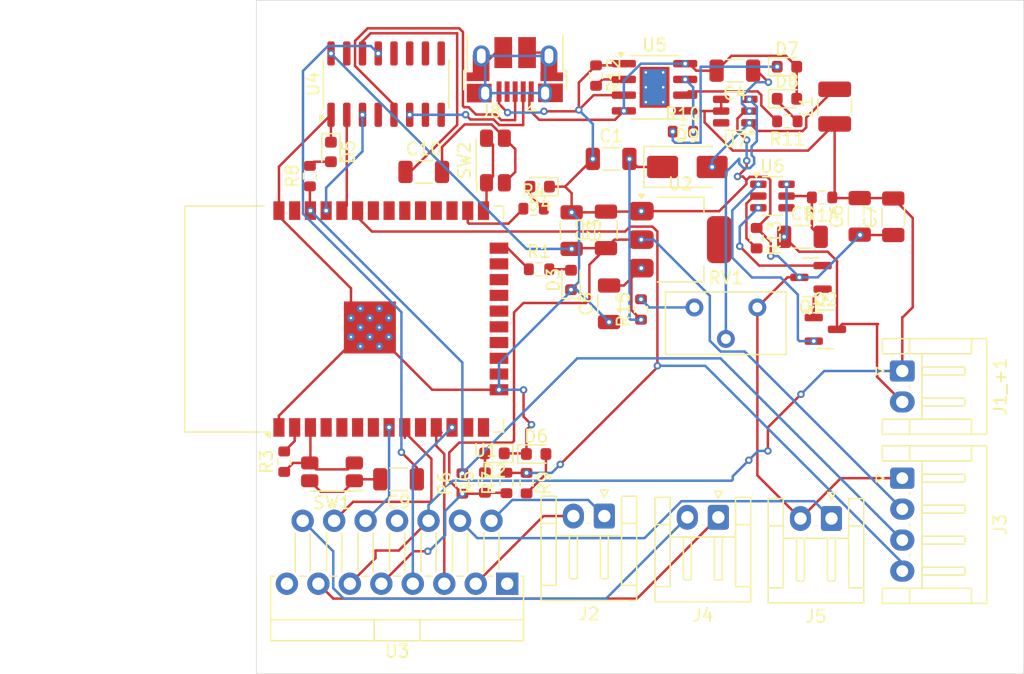
<source format=kicad_pcb>
(kicad_pcb (version 20241229) (generator "pcbnew") (generator_version "9.0")
  (layers (0 "F.Cu" signal) (2 "B.Cu" signal) (13 "F.Paste" user) (15 "B.Paste" user) (5 "F.SilkS" user "F.Silkscreen") (7 "B.SilkS" user "B.Silkscreen") (1 "F.Mask" user) (3 "B.Mask" user) (25 "Edge.Cuts" user))
  (net 0 "")
  (net 1 "Net-(D4-A)")
  (net 2 "Net-(U1-IO4)")
  (net 3 "Net-(U1-EN)")
  (net 4 "Net-(U1-IO0)")
  (net 5 "Net-(D2-A)")
  (net 6 "Net-(J3-Pin_2)")
  (net 7 "Net-(J3-Pin_3)")
  (net 8 "Net-(J3-Pin_4)")
  (net 9 "Net-(D5-A)")
  (net 10 "Net-(D6-A)")
  (net 11 "Net-(D3-A)")
  (net 12 "Net-(U1-IO2)")
  (net 13 "GND")
  (net 14 "Net-(U1-IO32)")
  (net 19 "Net-(U1-IO33)")
  (net 21 "Net-(U1-IO26)")
  (net 29 "Net-(C10-Pad2)")
  (net 37 "Net-(U1-IO27)")
  (net 42 "Net-(J5-Pin_1)")
  (net 43 "Net-(J4-Pin_1)")
  (net 44 "Net-(J4-Pin_2)")
  (net 45 "Net-(D9-K)")
  (net 47 "Net-(J2-Pin_2)")
  (net 48 "Net-(J2-Pin_1)")
  (net 50 "Net-(D7-A)")
  (net 51 "Net-(U6-VCC)")
  (net 52 "Net-(J1_+1-Pin_2)")
  (net 53 "Net-(J1_+1-Pin_1)")
  (net 54 "Net-(U4-~{DTR})")
  (net 55 "Net-(C9-Pad2)")
  (net 56 "Net-(D7-K)")
  (net 57 "Net-(D8-K)")
  (net 58 "Net-(D9-A)")
  (net 59 "Net-(U1-VDD)")
  (net 60 "Net-(U5-~{CHRG})")
  (net 61 "Net-(U5-~{STDBY})")
  (net 62 "Net-(U5-PROG)")
  (net 63 "Net-(U6-CS)")
  (net 64 "Net-(R15-Pad2)")
  (net 65 "Net-(U4-~{RTS})")
  (net 66 "Net-(U1-TXD0{slash}IO1)")
  (net 67 "Net-(U1-RXD0{slash}IO3)")
  (net 70 "Net-(J8-D+)")
  (net 75 "Net-(J8-D-)")
  (net 79 "Net-(Q1-G)")
  (net 80 "Net-(Q2-G)")
  (net 82 "Net-(U7-FB)")
  (net 84 "unconnected-(J8-Shield-Pad6)")
  (net 86 "Net-(Q1-D)")
  (footprint "Resistor_SMD:R_0603_1608Metric" (layer "F.Cu") (at 143.72 84.235 -90)
    (property "Reference" "R12")
    (property "Value" "1k")
  )
  (footprint "Resistor_SMD:R_0603_1608Metric" (layer "F.Cu") (at 150.735 88.76)
    (property "Reference" "R10")
    (property "Value" "1k")
  )
  (footprint "Package_TO_SOT_SMD:SOT-23" (layer "F.Cu") (at 162.23 104.7175)
    (property "Reference" "Q2")
    (property "Value" "NMOS")
  )
  (footprint "Package_TO_SOT_THT:TO-220-15_P2.54x5.08mm_StaggerEven_Lead4.58mm_Vertical" (layer "F.Cu") (at 136.55 125.25 180)
    (property "Reference" "U3")
    (property "Value" "L298N")
  )
  (footprint "Resistor_SMD:R_0603_1608Metric" (layer "F.Cu") (at 134.75 117.085 90)
    (property "Reference" "R5")
    (property "Value" "220Ω")
  )
  (footprint "LED_SMD:LED_0603_1608Metric" (layer "F.Cu") (at 122.32 90.4 -90)
    (property "Reference" "D5")
    (property "Value" "LED")
  )
  (footprint "Resistor_SMD:R_0603_1608Metric" (layer "F.Cu") (at 161.965 94.07 180)
    (property "Reference" "R14")
    (property "Value" "100o")
  )
  (footprint "Capacitor_SMD:C_1206_3216Metric" (layer "F.Cu") (at 165 95.6 90)
    (property "Reference" "C6")
    (property "Value" "10µF")
  )
  (footprint "Button_Switch_SMD:SW_SPST_EVQP7C" (layer "F.Cu") (at 135.6 91.09 90)
    (property "Reference" "SW2")
    (property "Value" "SW_Push")
  )
  (footprint "Resistor_SMD:R_0603_1608Metric" (layer "F.Cu") (at 138.11 117.13 -90)
    (property "Reference" "R9")
    (property "Value" "220Ω")
  )
  (footprint "LED_SMD:LED_0603_1608Metric" (layer "F.Cu") (at 159.13 83.52)
    (property "Reference" "D7")
    (property "Value" "LED")
  )
  (footprint "Package_TO_SOT_SMD:SOT-23" (layer "F.Cu") (at 161.07 100.5225 180)
    (property "Reference" "Q1")
    (property "Value" "NMOS")
  )
  (footprint "Resistor_SMD:R_0603_1608Metric" (layer "F.Cu") (at 118.55 115.4 90)
    (property "Reference" "R3")
    (property "Value" "10kΩ")
  )
  (footprint "Package_TO_SOT_SMD:SOT-223" (layer "F.Cu") (at 150.52 97.4775)
    (property "Reference" "U2")
    (property "Value" "AMS1117-3.3")
  )
  (footprint "Resistor_SMD:R_0603_1608Metric" (layer "F.Cu") (at 120.625 92.35 90)
    (property "Reference" "R8")
    (property "Value" "220Ω")
  )
  (footprint "Resistor_SMD:R_0603_1608Metric" (layer "F.Cu") (at 139.12 99.87)
    (property "Reference" "R1")
    (property "Value" "220Ω")
  )
  (footprint "Diode_SMD:D_SMA" (layer "F.Cu") (at 151.09 91.61)
    (property "Reference" "D9")
    (property "Value" "SS34")
  )
  (footprint "Capacitor_SMD:C_1206_3216Metric" (layer "F.Cu") (at 144.52 96.69 90)
    (property "Reference" "C2")
    (property "Value" "10µF")
  )
  (footprint "Capacitor_SMD:C_1206_3216Metric" (layer "F.Cu") (at 144.935 90.96)
    (property "Reference" "C1")
    (property "Value" "10µF")
  )
  (footprint "Capacitor_SMD:C_1206_3216Metric" (layer "F.Cu") (at 127.78 116.82 180)
    (property "Reference" "C9")
    (property "Value" "0.1µF")
  )
  (footprint "Connector_JST:JST_EH_S2B-EH_1x02_P2.50mm_Horizontal" (layer "F.Cu") (at 162.72 119.9875 180)
    (property "Reference" "J5")
    (property "Value" "Conn_01x02")
  )
  (footprint "RF_Module:ESP32-WROOM-32" (layer "F.Cu") (at 126.375 103.885 90)
    (property "Reference" "U1")
    (property "Value" "ESP32-WROOM-32")
  )
  (footprint "Resistor_SMD:R_0603_1608Metric" (layer "F.Cu") (at 147.35 103.115 90)
    (property "Reference" "R15")
    (property "Value" "100Ω")
  )
  (footprint "LED_SMD:LED_0603_1608Metric" (layer "F.Cu") (at 138.8875 114.78)
    (property "Reference" "D6")
    (property "Value" "LED")
  )
  (footprint "Capacitor_SMD:C_1206_3216Metric" (layer "F.Cu") (at 167.71 95.63 90)
    (property "Reference" "C7")
    (property "Value" "22µF")
  )
  (footprint "Connector_JST:JST_EH_S2B-EH_1x02_P2.50mm_Horizontal" (layer "F.Cu") (at 153.59 119.89 180)
    (property "Reference" "J4")
    (property "Value" "Conn_01x02")
  )
  (footprint "Capacitor_SMD:C_1206_3216Metric" (layer "F.Cu") (at 129.815 92.01)
    (property "Reference" "C10")
    (property "Value" "0.1µF")
  )
  (footprint "LED_SMD:LED_0603_1608Metric" (layer "F.Cu") (at 139.17 93.2 180)
    (property "Reference" "D4")
    (property "Value" "LED")
  )
  (footprint "Inductor_SMD:L_1210_3225Metric" (layer "F.Cu") (at 162.98 86.74 90)
    (property "Reference" "L1")
    (property "Value" "L_Ferrite_Small")
  )
  (footprint "Capacitor_SMD:C_1206_3216Metric" (layer "F.Cu") (at 154.925 83.84 180)
    (property "Reference" "C4")
    (property "Value" "10µF")
  )
  (footprint "Package_TO_SOT_SMD:SOT-23-6" (layer "F.Cu") (at 154.9575 87.1 180)
    (property "Reference" "U7")
    (property "Value" "MT3608")
  )
  (footprint "Connector_JST:JST_EH_S2B-EH_1x02_P2.50mm_Horizontal" (layer "F.Cu") (at 168.4375 108.08 -90)
    (property "Reference" "J1_+1")
    (property "Value" "BAT_--")
  )
  (footprint "Potentiometer_THT:Potentiometer_Bourns_3296Y_Vertical" (layer "F.Cu") (at 156.74 102.95)
    (property "Reference" "RV1")
    (property "Value" "R_Potentiometer_US")
  )
  (footprint "Connector_USB:USB_Micro-B_Amphenol_10103594-0001LF_Horizontal" (layer "F.Cu") (at 137.165 83.765 180)
    (property "Reference" "J8")
    (property "Value" "USB_B_Micro")
  )
  (footprint "Resistor_SMD:R_0603_1608Metric" (layer "F.Cu") (at 159.16 87.93 180)
    (property "Reference" "R11")
    (property "Value" "1k")
  )
  (footprint "LED_SMD:LED_0603_1608Metric" (layer "F.Cu") (at 141.7 100.73 90)
    (property "Reference" "D3")
    (property "Value" "LED")
  )
  (footprint "Resistor_SMD:R_0603_1608Metric" (layer "F.Cu") (at 156.68 97.36 -90)
    (property "Reference" "R13")
    (property "Value" "1k")
  )
  (footprint "Capacitor_SMD:C_1206_3216Metric" (layer "F.Cu") (at 160.38 97.25)
    (property "Reference" "C5")
    (property "Value" "10µF")
  )
  (footprint "Resistor_SMD:R_0603_1608Metric" (layer "F.Cu") (at 138.68 94.98)
    (property "Reference" "R4")
    (property "Value" "220Ω")
  )
  (footprint "Capacitor_SMD:C_1206_3216Metric" (layer "F.Cu") (at 144.77 102.655 90)
    (property "Reference" "C8")
    (property "Value" "22µF")
  )
  (footprint "LED_SMD:LED_0603_1608Metric" (layer "F.Cu") (at 135.52 114.73 180)
    (property "Reference" "D2")
    (property "Value" "LED")
  )
  (footprint "Button_Switch_SMD:SW_SPST_EVQP7C" (layer "F.Cu") (at 122.41 116.22 180)
    (property "Reference" "SW1")
    (property "Value" "SW_Push")
  )
  (footprint "Package_SO:SOIC-16_3.9x9.9mm_P1.27mm" (layer "F.Cu") (at 126.775 84.925 90)
    (property "Reference" "U4")
    (property "Value" "CH340C")
  )
  (footprint "Resistor_SMD:R_0603_1608Metric" (layer "F.Cu") (at 136.49 117.115 90)
    (property "Reference" "R7")
    (property "Value" "10kΩ")
  )
  (footprint "Package_SO:SOIC-8-1EP_3.9x4.9mm_P1.27mm_EP2.41x3.3mm_ThermalVias" (layer "F.Cu") (at 148.44 85.18)
    (property "Reference" "U5")
    (property "Value" "TP4056-42-ESOP8")
  )
  (footprint "Connector_JST:JST_EH_S2B-EH_1x02_P2.50mm_Horizontal" (layer "F.Cu") (at 144.39 119.79 180)
    (property "Reference" "J2")
    (property "Value" "Conn_01x02")
  )
  (footprint "Connector_JST:JST_EH_S4B-EH_1x04_P2.50mm_Horizontal" (layer "F.Cu") (at 168.4375 116.73 -90)
    (property "Reference" "J3")
    (property "Value" "Conn_01x04")
  )
  (footprint "Resistor_SMD:R_0603_1608Metric" (layer "F.Cu") (at 132.93 117.16 90)
    (property "Reference" "R6")
    (property "Value" "10kΩ")
  )
  (footprint "Package_TO_SOT_SMD:SOT-23-6" (layer "F.Cu") (at 157.9575 93.96)
    (property "Reference" "U6")
    (property "Value" "DW01A")
  )
  (footprint "LED_SMD:LED_0603_1608Metric" (layer "F.Cu") (at 159.13 86.11)
    (property "Reference" "D8")
    (property "Value" "LED")
  )
  (footprint "Capacitor_SMD:C_1206_3216Metric" (layer "F.Cu") (at 141.75 96.75 -90)
    (property "Reference" "C3")
    (property "Value" "0.1µF")
  )
  (gr_rect (start 116.31 78.16) (end 178.24 132.5) (stroke (width 0.05)) (fill no) (layer "Edge.Cuts"))
  (segment (start 138.3825 93.2) (end 138.3825 93.8575) (width 0.2) (layer "F.Cu") (net 1))
  (segment (start 138.3825 93.8575) (end 139.505 94.98) (width 0.2) (layer "F.Cu") (net 1))
  (segment (start 133.365 96.085) (end 133.365 95.135) (width 0.2) (layer "F.Cu") (net 2))
  (segment (start 136.649 96.186) (end 133.466 96.186) (width 0.2) (layer "F.Cu") (net 2))
  (segment (start 137.855 94.98) (end 136.649 96.186) (width 0.2) (layer "F.Cu") (net 2))
  (segment (start 133.466 96.186) (end 133.365 96.085) (width 0.2) (layer "F.Cu") (net 2))
  (segment (start 123.689 116.021) (end 124.21 115.5) (width 0.2) (layer "F.Cu") (net 3))
  (segment (start 118.55 116.225) (end 119.275 115.5) (width 0.2) (layer "F.Cu") (net 3))
  (segment (start 119.275 115.5) (end 120.61 115.5) (width 0.2) (layer "F.Cu") (net 3))
  (segment (start 120.665 115.445) (end 120.61 115.5) (width 0.2) (layer "F.Cu") (net 3))
  (segment (start 120.665 112.635) (end 120.665 115.445) (width 0.2) (layer "F.Cu") (net 3))
  (segment (start 121.131 116.021) (end 123.689 116.021) (width 0.2) (layer "F.Cu") (net 3))
  (segment (start 120.61 115.5) (end 121.131 116.021) (width 0.2) (layer "F.Cu") (net 3))
  (segment (start 134.88 92.89) (end 135.401 92.369) (width 0.2) (layer "F.Cu") (net 4))
  (segment (start 134.88 94.89) (end 134.635 95.135) (width 0.2) (layer "F.Cu") (net 4))
  (segment (start 134.88 92.89) (end 134.88 94.89) (width 0.2) (layer "F.Cu") (net 4))
  (segment (start 135.401 89.811) (end 134.88 89.29) (width 0.2) (layer "F.Cu") (net 4))
  (segment (start 135.401 92.369) (end 135.401 89.811) (width 0.2) (layer "F.Cu") (net 4))
  (segment (start 134.75 114.7475) (end 134.7325 114.73) (width 0.2) (layer "F.Cu") (net 5))
  (segment (start 134.75 116.26) (end 134.75 114.7475) (width 0.2) (layer "F.Cu") (net 5))
  (segment (start 134.75 117.91) (end 136.46 117.91) (width 0.2) (layer "F.Cu") (net 6))
  (segment (start 143.18 99.505) (end 144.52 98.165) (width 0.2) (layer "F.Cu") (net 6))
  (segment (start 136.96 113.86) (end 137.1 113.72) (width 0.2) (layer "F.Cu") (net 6))
  (segment (start 137.1 103.35) (end 137.86 102.59) (width 0.2) (layer "F.Cu") (net 6))
  (segment (start 131.871 114.659) (end 132.67 113.86) (width 0.2) (layer "F.Cu") (net 6))
  (segment (start 141.81 98.165) (end 141.75 98.225) (width 0.2) (layer "F.Cu") (net 6))
  (segment (start 145.2075 97.4775) (end 144.52 98.165) (width 0.2) (layer "F.Cu") (net 6))
  (segment (start 147.37 97.4775) (end 145.2075 97.4775) (width 0.2) (layer "F.Cu") (net 6))
  (segment (start 129.01 122.63) (end 126.39 125.25) (width 0.2) (layer "F.Cu") (net 6))
  (segment (start 143.18 102.33) (end 143.18 99.505) (width 0.2) (layer "F.Cu") (net 6))
  (segment (start 131.871 116.926) (end 131.871 114.659) (width 0.2) (layer "F.Cu") (net 6))
  (segment (start 142.92 102.59) (end 143.18 102.33) (width 0.2) (layer "F.Cu") (net 6))
  (segment (start 134.675 117.985) (end 134.75 117.91) (width 0.2) (layer "F.Cu") (net 6))
  (segment (start 132.93 117.985) (end 131.871 116.926) (width 0.2) (layer "F.Cu") (net 6))
  (segment (start 132.67 113.86) (end 136.96 113.86) (width 0.2) (layer "F.Cu") (net 6))
  (segment (start 137.1 113.72) (end 137.1 103.35) (width 0.2) (layer "F.Cu") (net 6))
  (segment (start 137.86 102.59) (end 142.92 102.59) (width 0.2) (layer "F.Cu") (net 6))
  (segment (start 136.46 117.91) (end 136.49 117.94) (width 0.2) (layer "F.Cu") (net 6))
  (segment (start 130.14 122.63) (end 129.01 122.63) (width 0.2) (layer "F.Cu") (net 6))
  (segment (start 144.52 98.165) (end 141.81 98.165) (width 0.2) (layer "F.Cu") (net 6))
  (segment (start 132.93 117.985) (end 134.675 117.985) (width 0.2) (layer "F.Cu") (net 6))
  (via (at 130.14 122.63) (size 0.6) (drill 0.3) (layers "F.Cu" "B.Cu") (net 6))
  (via (at 132.93 117.985) (size 0.6) (drill 0.3) (layers "F.Cu" "B.Cu") (net 6))
  (via (at 122.33 82.45) (size 0.6) (drill 0.3) (layers "F.Cu" "B.Cu") (net 6))
  (via (at 141.75 98.225) (size 0.6) (drill 0.3) (layers "F.Cu" "B.Cu") (net 6))
  (via (at 147.37 97.4775) (size 0.6) (drill 0.3) (layers "F.Cu" "B.Cu") (net 6))
  (segment (start 153.777087 106.511) (end 152.901 105.634913) (width 0.2) (layer "B.Cu") (net 6))
  (segment (start 155.7185 106.511) (end 153.777087 106.511) (width 0.2) (layer "B.Cu") (net 6))
  (segment (start 122.33 82.45) (end 138.105 98.225) (width 0.2) (layer "B.Cu") (net 6))
  (segment (start 152.901 105.634913) (end 152.901 102.0085) (width 0.2) (layer "B.Cu") (net 6))
  (segment (start 132.93 117.985) (end 131.539 119.376) (width 0.2) (layer "B.Cu") (net 6))
  (segment (start 130.29 122.58) (end 130.24 122.63) (width 0.2) (layer "B.Cu") (net 6))
  (segment (start 138.105 98.225) (end 141.75 98.225) (width 0.2) (layer "B.Cu") (net 6))
  (segment (start 152.901 102.0085) (end 148.37 97.4775) (width 0.2) (layer "B.Cu") (net 6))
  (segment (start 131.539 119.376) (end 131.539 121.331) (width 0.2) (layer "B.Cu") (net 6))
  (segment (start 148.37 97.4775) (end 147.37 97.4775) (width 0.2) (layer "B.Cu") (net 6))
  (segment (start 168.4375 119.23) (end 155.7185 106.511) (width 0.2) (layer "B.Cu") (net 6))
  (segment (start 130.24 122.63) (end 130.14 122.63) (width 0.2) (layer "B.Cu") (net 6))
  (segment (start 131.539 121.331) (end 130.29 122.58) (width 0.2) (layer "B.Cu") (net 6))
  (segment (start 120.625 93.175) (end 120.625 95.095) (width 0.2) (layer "F.Cu") (net 7))
  (segment (start 120.625 95.095) (end 120.665 95.135) (width 0.2) (layer "F.Cu") (net 7))
  (via (at 120.665 95.135) (size 0.6) (drill 0.3) (layers "F.Cu" "B.Cu") (net 7))
  (via (at 132.93 116.335) (size 0.6) (drill 0.3) (layers "F.Cu" "B.Cu") (net 7))
  (segment (start 153.7665 107.059) (end 142.206 107.059) (width 0.2) (layer "B.Cu") (net 7))
  (segment (start 120.665 95.135) (end 132.93 107.4) (width 0.2) (layer "B.Cu") (net 7))
  (segment (start 142.206 107.059) (end 132.93 116.335) (width 0.2) (layer "B.Cu") (net 7))
  (segment (start 132.93 107.4) (end 132.93 116.335) (width 0.2) (layer "B.Cu") (net 7))
  (segment (start 168.4375 121.73) (end 153.7665 107.059) (width 0.2) (layer "B.Cu") (net 7))
  (segment (start 146.464992 96.4265) (end 148.275008 96.4265) (width 0.2) (layer "F.Cu") (net 8))
  (segment (start 148.671 107.66) (end 148.671 107.779) (width 0.2) (layer "F.Cu") (net 8))
  (segment (start 138.11 116.305) (end 136.505 116.305) (width 0.2) (layer "F.Cu") (net 8))
  (segment (start 124.475 95.135) (end 124.475 95.667) (width 0.2) (layer "F.Cu") (net 8))
  (segment (start 125.630492 96.822492) (end 146.069 96.822492) (width 0.2) (layer "F.Cu") (net 8))
  (segment (start 148.671 96.822492) (end 148.671 107.66) (width 0.2) (layer "F.Cu") (net 8))
  (segment (start 146.069 96.822492) (end 146.464992 96.4265) (width 0.2) (layer "F.Cu") (net 8))
  (segment (start 148.671 107.779) (end 140.83 115.62) (width 0.2) (layer "F.Cu") (net 8))
  (segment (start 124.475 95.667) (end 125.630492 96.822492) (width 0.2) (layer "F.Cu") (net 8))
  (segment (start 148.275008 96.4265) (end 148.671 96.822492) (width 0.2) (layer "F.Cu") (net 8))
  (segment (start 136.505 116.305) (end 136.49 116.29) (width 0.2) (layer "F.Cu") (net 8))
  (via (at 148.671 107.66) (size 0.6) (drill 0.3) (layers "F.Cu" "B.Cu") (net 8))
  (via (at 140.83 115.62) (size 0.6) (drill 0.3) (layers "F.Cu" "B.Cu") (net 8))
  (via (at 138.11 116.305) (size 0.6) (drill 0.3) (layers "F.Cu" "B.Cu") (net 8))
  (segment (start 140.145 116.305) (end 138.11 116.305) (width 0.2) (layer "B.Cu") (net 8))
  (segment (start 140.83 115.62) (end 140.145 116.305) (width 0.2) (layer "B.Cu") (net 8))
  (segment (start 168.4375 123.56884) (end 168.4375 124.23) (width 0.2) (layer "B.Cu") (net 8))
  (segment (start 148.671 107.66) (end 152.52866 107.66) (width 0.2) (layer "B.Cu") (net 8))
  (segment (start 152.52866 107.66) (end 168.4375 123.56884) (width 0.2) (layer "B.Cu") (net 8))
  (segment (start 122.32 91.1875) (end 120.9625 91.1875) (width 0.2) (layer "F.Cu") (net 9))
  (segment (start 120.9625 91.1875) (end 120.625 91.525) (width 0.2) (layer "F.Cu") (net 9))
  (segment (start 139.675 116.39) (end 138.11 117.955) (width 0.2) (layer "F.Cu") (net 10))
  (segment (start 139.675 114.78) (end 139.675 116.39) (width 0.2) (layer "F.Cu") (net 10))
  (segment (start 139.945 99.87) (end 141.6275 99.87) (width 0.2) (layer "F.Cu") (net 11))
  (segment (start 141.6275 99.87) (end 141.7 99.9425) (width 0.2) (layer "F.Cu") (net 11))
  (segment (start 135.885 98.165) (end 136.59 98.165) (width 0.2) (layer "F.Cu") (net 12))
  (segment (start 136.59 98.165) (end 138.295 99.87) (width 0.2) (layer "F.Cu") (net 12))
  (segment (start 144.46 95.275) (end 144.52 95.215) (width 0.2) (layer "F.Cu") (net 13))
  (segment (start 147.37 95.1775) (end 153.6625 95.1775) (width 0.2) (layer "F.Cu") (net 13))
  (segment (start 142.33 87.12) (end 139.52 87.12) (width 0.2) (layer "F.Cu") (net 13))
  (segment (start 123.94 101.41) (end 123.94 103.04) (width 0.2) (layer "F.Cu") (net 13))
  (segment (start 156.116532 92.409) (end 157.523468 92.409) (width 0.2) (layer "F.Cu") (net 13))
  (segment (start 118.125 91.585) (end 118.125 95.135) (width 0.2) (layer "F.Cu") (net 13))
  (segment (start 143.72 83.41) (end 142.33 84.8) (width 0.2) (layer "F.Cu") (net 13))
  (segment (start 143.525 85.815) (end 145.965 85.815) (width 0.2) (layer "F.Cu") (net 13))
  (segment (start 143.72 83.41) (end 145.83 83.41) (width 0.2) (layer "F.Cu") (net 13))
  (segment (start 156.74 102.95) (end 156.74 116.5075) (width 0.2) (layer "F.Cu") (net 13))
  (segment (start 155.14 92.38) (end 155.567468 92.38) (width 0.2) (layer "F.Cu") (net 13))
  (segment (start 167.71 97.105) (end 165.03 97.105) (width 0.2) (layer "F.Cu") (net 13))
  (segment (start 155.88 91.64) (end 155.14 92.38) (width 0.2) (layer "F.Cu") (net 13))
  (segment (start 163.4775 116.73) (end 168.4375 116.73) (width 0.2) (layer "F.Cu") (net 13))
  (segment (start 142.33 84.8) (end 142.33 86.63) (width 0.2) (layer "F.Cu") (net 13))
  (segment (start 157.7835 95.4315) (end 156.68 96.535) (width 0.2) (layer "F.Cu") (net 13))
  (segment (start 156.74 116.5075) (end 160.22 119.9875) (width 0.2) (layer "F.Cu") (net 13))
  (segment (start 157.82 97.675) (end 157.82 98.81) (width 0.2) (layer "F.Cu") (net 13))
  (segment (start 135.89 86.53) (end 136.58 87.22) (width 0.2) (layer "F.Cu") (net 13))
  (segment (start 157.523468 92.409) (end 157.7835 92.669032) (width 0.2) (layer "F.Cu") (net 13))
  (segment (start 118.125 112.635) (end 118.125 111.685) (width 0.2) (layer "F.Cu") (net 13))
  (segment (start 145.83 83.41) (end 145.965 83.275) (width 0.2) (layer "F.Cu") (net 13))
  (segment (start 155.740532 87.1) (end 155.1315 87.709032) (width 0.2) (layer "F.Cu") (net 13))
  (segment (start 156.68 96.535) (end 157.82 97.675) (width 0.2) (layer "F.Cu") (net 13))
  (segment (start 147.3325 95.215) (end 147.37 95.1775) (width 0.2) (layer "F.Cu") (net 13))
  (segment (start 138.1 112.82) (end 138.1 114.78) (width 0.2) (layer "F.Cu") (net 13))
  (segment (start 122.33 87.4) (end 122.31 87.4) (width 0.2) (layer "F.Cu") (net 13))
  (segment (start 135.89 85.53) (end 135.89 86.53) (width 0.2) (layer "F.Cu") (net 13))
  (segment (start 138.51 112.41) (end 138.1 112.82) (width 0.2) (layer "F.Cu") (net 13))
  (segment (start 139.9575 93.2) (end 141.22 93.2) (width 0.2) (layer "F.Cu") (net 13))
  (segment (start 160.22 119.9875) (end 163.4775 116.73) (width 0.2) (layer "F.Cu") (net 13))
  (segment (start 141.22 93.2) (end 143.46 90.96) (width 0.2) (layer "F.Cu") (net 13))
  (segment (start 122.32 89.6125) (end 122.32 87.41) (width 0.2) (layer "F.Cu") (net 13))
  (segment (start 130.495 109.595) (end 126.99 106.09) (width 0.2) (layer "F.Cu") (net 13))
  (segment (start 160.1325 100.5225) (end 159.1675 100.5225) (width 0.2) (layer "F.Cu") (net 13))
  (segment (start 137.87 109.61) (end 137.87 111.77) (width 0.2) (layer "F.Cu") (net 13))
  (segment (start 155.875 89.435) (end 155.9 89.46) (width 0.2) (layer "F.Cu") (net 13))
  (segment (start 141.75 93.73) (end 141.22 93.2) (width 0.2) (layer "F.Cu") (net 13))
  (segment (start 153.6625 95.1775) (end 155.8565 92.9835) (width 0.2) (layer "F.Cu") (net 13))
  (segment (start 157.7835 92.669032) (end 157.7835 95.4315) (width 0.2) (layer "F.Cu") (net 13))
  (segment (start 155.1315 88.6915) (end 155.875 89.435) (width 0.2) (layer "F.Cu") (net 13))
  (segment (start 142.33 86.63) (end 142.33 87.01) (width 0.2) (layer "F.Cu") (net 13))
  (segment (start 155.8565 92.9835) (end 155.8565 92.669032) (width 0.2) (layer "F.Cu") (net 13))
  (segment (start 136.3075 114.73) (end 138.05 114.73) (width 0.2) (layer "F.Cu") (net 13))
  (segment (start 141.75 95.275) (end 141.75 93.73) (width 0.2) (layer "F.Cu") (net 13))
  (segment (start 118.125 95.595) (end 123.94 101.41) (width 0.2) (layer "F.Cu") (net 13))
  (segment (start 159.1675 100.5225) (end 156.74 102.95) (width 0.2) (layer "F.Cu") (net 13))
  (segment (start 122.31 87.4) (end 118.125 91.585) (width 0.2) (layer "F.Cu") (net 13))
  (segment (start 141.75 95.275) (end 144.46 95.275) (width 0.2) (layer "F.Cu") (net 13))
  (segment (start 165.03 97.105) (end 165 97.075) (width 0.2) (layer "F.Cu") (net 13))
  (segment (start 156.4 83.84) (end 156.7 83.84) (width 0.2) (layer "F.Cu") (net 13))
  (segment (start 122.32 87.41) (end 122.33 87.4) (width 0.2) (layer "F.Cu") (net 13))
  (segment (start 155.8565 92.669032) (end 156.116532 92.409) (width 0.2) (layer "F.Cu") (net 13))
  (segment (start 155.88 91.11) (end 155.88 91.64) (width 0.2) (layer "F.Cu") (net 13))
  (segment (start 139.52 87.12) (end 139.5 87.14) (width 0.2) (layer "F.Cu") (net 13))
  (segment (start 142.33 87.01) (end 142.33 87.12) (width 0.2) (layer "F.Cu") (net 13))
  (segment (start 135.885 109.595) (end 130.495 109.595) (width 0.2) (layer "F.Cu") (net 13))
  (segment (start 155.567468 92.38) (end 155.8565 92.669032) (width 0.2) (layer "F.Cu") (net 13))
  (segment (start 155.1315 87.709032) (end 155.1315 88.6915) (width 0.2) (layer "F.Cu") (net 13))
  (segment (start 137.87 111.77) (end 138.51 112.41) (width 0.2) (layer "F.Cu") (net 13))
  (segment (start 156.095 87.1) (end 155.740532 87.1) (width 0.2) (layer "F.Cu") (net 13))
  (segment (start 118.125 95.135) (end 118.125 95.595) (width 0.2) (layer "F.Cu") (net 13))
  (segment (start 123.72 106.09) (end 123.94 106.09) (width 0.2) (layer "F.Cu") (net 13))
  (segment (start 138.05 114.73) (end 138.1 114.78) (width 0.2) (layer "F.Cu") (net 13))
  (segment (start 118.125 111.685) (end 123.72 106.09) (width 0.2) (layer "F.Cu") (net 13))
  (segment (start 142.33 87.01) (end 143.525 85.815) (width 0.2) (layer "F.Cu") (net 13))
  (segment (start 144.52 95.215) (end 147.3325 95.215) (width 0.2) (layer "F.Cu") (net 13))
  (segment (start 156.7 83.84) (end 157.63 84.77) (width 0.2) (layer "F.Cu") (net 13))
  (via (at 155.88 91.11) (size 0.6) (drill 0.3) (layers "F.Cu" "B.Cu") (net 13))
  (via (at 147.37 95.1775) (size 0.6) (drill 0.3) (layers "F.Cu" "B.Cu") (net 13))
  (via (at 141.7 101.5175) (size 0.6) (drill 0.3) (layers "F.Cu" "B.Cu") (net 13))
  (via (at 156.095 87.1) (size 0.6) (drill 0.3) (layers "F.Cu" "B.Cu") (net 13))
  (via (at 155.875 89.435) (size 0.6) (drill 0.3) (layers "F.Cu" "B.Cu") (net 13))
  (via (at 138.51 112.41) (size 0.6) (drill 0.3) (layers "F.Cu" "B.Cu") (net 13))
  (via (at 155.14 92.38) (size 0.6) (drill 0.3) (layers "F.Cu" "B.Cu") (net 13))
  (via (at 157.63 84.77) (size 0.6) (drill 0.3) (layers "F.Cu" "B.Cu") (net 13))
  (via (at 135.885 109.595) (size 0.6) (drill 0.3) (layers "F.Cu" "B.Cu") (net 13))
  (via (at 144.77 104.13) (size 0.6) (drill 0.3) (layers "F.Cu" "B.Cu") (net 13))
  (via (at 142.33 87.01) (size 0.6) (drill 0.3) (layers "F.Cu" "B.Cu") (net 13))
  (via (at 136.58 87.22) (size 0.6) (drill 0.3) (layers "F.Cu" "B.Cu") (net 13))
  (via (at 137.87 109.61) (size 0.6) (drill 0.3) (layers "F.Cu" "B.Cu") (net 13))
  (via (at 141.75 95.275) (size 0.6) (drill 0.3) (layers "F.Cu" "B.Cu") (net 13))
  (via (at 157.82 98.81) (size 0.6) (drill 0.3) (layers "F.Cu" "B.Cu") (net 13))
  (via (at 160.1325 100.5225) (size 0.6) (drill 0.3) (layers "F.Cu" "B.Cu") (net 13))
  (via (at 165.03 97.105) (size 0.6) (drill 0.3) (layers "F.Cu" "B.Cu") (net 13))
  (via (at 139.52 87.12) (size 0.6) (drill 0.3) (layers "F.Cu" "B.Cu") (net 13))
  (via (at 143.46 90.96) (size 0.6) (drill 0.3) (layers "F.Cu" "B.Cu") (net 13))
  (segment (start 141.7 101.64) (end 135.885 107.455) (width 0.2) (layer "B.Cu") (net 13))
  (segment (start 155.875 89.435) (end 155.875 91.105) (width 0.2) (layer "B.Cu") (net 13))
  (segment (start 142.351 95.876) (end 142.351 100.8665) (width 0.2) (layer "B.Cu") (net 13))
  (segment (start 141.7 101.5175) (end 142.1575 101.5175) (width 0.2) (layer "B.Cu") (net 13))
  (segment (start 143.46 88.14) (end 143.46 90.96) (width 0.2) (layer "B.Cu") (net 13))
  (segment (start 142.351 100.8665) (end 141.7 101.5175) (width 0.2) (layer "B.Cu") (net 13))
  (segment (start 155.494 86.499) (end 156.095 87.1) (width 0.2) (layer "B.Cu") (net 13))
  (segment (start 157.82 98.81) (end 158.42 98.81) (width 0.2) (layer "B.Cu") (net 13))
  (segment (start 157.63 84.77) (end 156.625057 84.77) (width 0.2) (layer "B.Cu") (net 13))
  (segment (start 161.6125 100.5225) (end 160.1325 100.5225) (width 0.2) (layer "B.Cu") (net 13))
  (segment (start 135.885 109.595) (end 137.855 109.595) (width 0.2) (layer "B.Cu") (net 13))
  (segment (start 136.58 87.22) (end 139.42 87.22) (width 0.2) (layer "B.Cu") (net 13))
  (segment (start 156.625057 84.77) (end 155.494 85.901057) (width 0.2) (layer "B.Cu") (net 13))
  (segment (start 165.03 97.105) (end 161.6125 100.5225) (width 0.2) (layer "B.Cu") (net 13))
  (segment (start 139.42 87.22) (end 139.52 87.12) (width 0.2) (layer "B.Cu") (net 13))
  (segment (start 141.7 101.5175) (end 141.7 101.64) (width 0.2) (layer "B.Cu") (net 13))
  (segment (start 142.1575 101.5175) (end 144.77 104.13) (width 0.2) (layer "B.Cu") (net 13))
  (segment (start 155.494 85.901057) (end 155.494 86.499) (width 0.2) (layer "B.Cu") (net 13))
  (segment (start 141.75 95.275) (end 142.351 95.876) (width 0.2) (layer "B.Cu") (net 13))
  (segment (start 137.855 109.595) (end 137.87 109.61) (width 0.2) (layer "B.Cu") (net 13))
  (segment (start 158.42 98.81) (end 160.1325 100.5225) (width 0.2) (layer "B.Cu") (net 13))
  (segment (start 142.33 87.01) (end 143.46 88.14) (width 0.2) (layer "B.Cu") (net 13))
  (segment (start 135.885 107.455) (end 135.885 109.595) (width 0.2) (layer "B.Cu") (net 13))
  (segment (start 155.875 91.105) (end 155.88 91.11) (width 0.2) (layer "B.Cu") (net 13))
  (via (at 127.015 112.635) (size 0.6) (drill 0.3) (layers "F.Cu" "B.Cu") (net 14))
  (segment (start 127.015 112.635) (end 127.015 118.275) (width 0.2) (layer "B.Cu") (net 14))
  (segment (start 127.015 118.275) (end 125.12 120.17) (width 0.2) (layer "B.Cu") (net 14))
  (segment (start 128.285 113.475) (end 128.285 112.635) (width 0.2) (layer "F.Cu") (net 19))
  (segment (start 128.285 112.635) (end 128.285 113.025) (width 0.2) (layer "F.Cu") (net 19))
  (segment (start 128.285 113.025) (end 130.43 115.17) (width 0.2) (layer "F.Cu") (net 19))
  (segment (start 124.11 118.64) (end 122.58 120.17) (width 0.2) (layer "F.Cu") (net 19))
  (segment (start 130.43 115.17) (end 130.43 118.64) (width 0.2) (layer "F.Cu") (net 19))
  (segment (start 130.43 118.64) (end 124.11 118.64) (width 0.2) (layer "F.Cu") (net 19))
  (segment (start 131.47 114.78) (end 131.47 125.25) (width 0.2) (layer "F.Cu") (net 21))
  (segment (start 130.825 112.635) (end 130.825 114.135) (width 0.2) (layer "F.Cu") (net 21))
  (segment (start 130.825 114.135) (end 131.47 114.78) (width 0.2) (layer "F.Cu") (net 21))
  (segment (start 131.25 113.06) (end 130.825 112.635) (width 0.2) (layer "F.Cu") (net 21))
  (segment (start 137.201 92.009) (end 137.201 90.171) (width 0.2) (layer "F.Cu") (net 29))
  (segment (start 131.29 90) (end 131.29 92.01) (width 0.2) (layer "F.Cu") (net 29))
  (segment (start 135.28116 88.18) (end 133.11 88.18) (width 0.2) (layer "F.Cu") (net 29))
  (segment (start 137.201 90.171) (end 136.32 89.29) (width 0.2) (layer "F.Cu") (net 29))
  (segment (start 133.11 88.18) (end 131.29 90) (width 0.2) (layer "F.Cu") (net 29))
  (segment (start 136.32 89.29) (end 136.32 89.21884) (width 0.2) (layer "F.Cu") (net 29))
  (segment (start 136.32 89.21884) (end 135.28116 88.18) (width 0.2) (layer "F.Cu") (net 29))
  (segment (start 136.32 92.89) (end 137.201 92.009) (width 0.2) (layer "F.Cu") (net 29))
  (via (at 132.095 112.635) (size 0.6) (drill 0.3) (layers "F.Cu" "B.Cu") (net 37))
  (segment (start 128.93 115.8) (end 128.93 125.25) (width 0.2) (layer "B.Cu") (net 37))
  (segment (start 132.095 112.635) (end 128.93 115.8) (width 0.2) (layer "B.Cu") (net 37))
  (segment (start 147.63224 121.57) (end 150.61324 118.589) (width 0.2) (layer "B.Cu") (net 42))
  (segment (start 132.74 120.17) (end 134.14 121.57) (width 0.2) (layer "B.Cu") (net 42))
  (segment (start 161.3215 118.589) (end 162.72 119.9875) (width 0.2) (layer "B.Cu") (net 42))
  (segment (start 150.61324 118.589) (end 161.3215 118.589) (width 0.2) (layer "B.Cu") (net 42))
  (segment (start 134.14 121.57) (end 147.63224 121.57) (width 0.2) (layer "B.Cu") (net 42))
  (segment (start 122.511 126.451) (end 147.029 126.451) (width 0.2) (layer "F.Cu") (net 43))
  (segment (start 147.029 126.451) (end 153.59 119.89) (width 0.2) (layer "F.Cu") (net 43))
  (segment (start 121.31 125.25) (end 122.511 126.451) (width 0.2) (layer "F.Cu") (net 43))
  (segment (start 120.04 120.17) (end 122.511 122.641) (width 0.2) (layer "B.Cu") (net 44))
  (segment (start 122.511 122.641) (end 122.511 125.609471) (width 0.2) (layer "B.Cu") (net 44))
  (segment (start 123.352529 126.451) (end 144.529 126.451) (width 0.2) (layer "B.Cu") (net 44))
  (segment (start 144.529 126.451) (end 151.09 119.89) (width 0.2) (layer "B.Cu") (net 44))
  (segment (start 122.511 125.609471) (end 123.352529 126.451) (width 0.2) (layer "B.Cu") (net 44))
  (segment (start 146.574 103.164) (end 147.35 103.94) (width 0.2) (layer "F.Cu") (net 45))
  (segment (start 147.06 91.61) (end 149.09 91.61) (width 0.2) (layer "F.Cu") (net 45))
  (segment (start 146.574 100.5735) (end 146.574 103.164) (width 0.2) (layer "F.Cu") (net 45))
  (segment (start 146.42 90.97) (end 147.06 91.61) (width 0.2) (layer "F.Cu") (net 45))
  (segment (start 144.77 101.18) (end 145.9675 101.18) (width 0.2) (layer "F.Cu") (net 45))
  (segment (start 145.9675 101.18) (end 147.37 99.7775) (width 0.2) (layer "F.Cu") (net 45))
  (segment (start 147.37 99.7775) (end 146.574 100.5735) (width 0.2) (layer "F.Cu") (net 45))
  (segment (start 146.41 90.96) (end 146.42 90.97) (width 0.2) (layer "F.Cu") (net 45))
  (via (at 147.37 99.7775) (size 0.6) (drill 0.3) (layers "F.Cu" "B.Cu") (net 45))
  (via (at 147.35 103.94) (size 0.6) (drill 0.3) (layers "F.Cu" "B.Cu") (net 45))
  (via (at 146.42 90.97) (size 0.6) (drill 0.3) (layers "F.Cu" "B.Cu") (net 45))
  (segment (start 146.42 90.97) (end 146.42 103.67) (width 0.2) (layer "B.Cu") (net 45))
  (segment (start 146.51 103.94) (end 147.35 103.94) (width 0.2) (layer "B.Cu") (net 45))
  (segment (start 146.33 103.76) (end 146.51 103.94) (width 0.2) (layer "B.Cu") (net 45))
  (segment (start 146.42 103.67) (end 146.33 103.76) (width 0.2) (layer "B.Cu") (net 45))
  (segment (start 139.47 119.79) (end 141.89 119.79) (width 0.2) (layer "F.Cu") (net 47))
  (segment (start 134.01 125.25) (end 139.47 119.79) (width 0.2) (layer "F.Cu") (net 47))
  (segment (start 135.28 120.17) (end 136.961 118.489) (width 0.2) (layer "B.Cu") (net 48))
  (segment (start 136.961 118.489) (end 143.089 118.489) (width 0.2) (layer "B.Cu") (net 48))
  (segment (start 143.089 118.489) (end 144.39 119.79) (width 0.2) (layer "B.Cu") (net 48))
  (segment (start 151.235 83.275) (end 151.8 83.84) (width 0.2) (layer "F.Cu") (net 50))
  (segment (start 145.244 87.806) (end 145.965 87.085) (width 0.2) (layer "F.Cu") (net 50))
  (segment (start 151.8 83.84) (end 153.45 83.84) (width 0.2) (layer "F.Cu") (net 50))
  (segment (start 153.45 83.84) (end 154.651 82.639) (width 0.2) (layer "F.Cu") (net 50))
  (segment (start 138.49 85.53) (end 138.341 85.679) (width 0.2) (layer "F.Cu") (net 50))
  (segment (start 159.9175 83.52) (end 159.9175 86.11) (width 0.2) (layer "F.Cu") (net 50))
  (segment (start 159.0365 82.639) (end 159.9175 83.52) (width 0.2) (layer "F.Cu") (net 50))
  (segment (start 139.131 87.806) (end 145.244 87.806) (width 0.2) (layer "F.Cu") (net 50))
  (segment (start 150.915 83.275) (end 151.235 83.275) (width 0.2) (layer "F.Cu") (net 50))
  (segment (start 138.341 85.679) (end 138.341 87.016) (width 0.2) (layer "F.Cu") (net 50))
  (segment (start 138.341 87.016) (end 139.131 87.806) (width 0.2) (layer "F.Cu") (net 50))
  (segment (start 154.651 82.639) (end 159.0365 82.639) (width 0.2) (layer "F.Cu") (net 50))
  (via (at 145.965 87.085) (size 0.6) (drill 0.3) (layers "F.Cu" "B.Cu") (net 50))
  (via (at 150.915 83.275) (size 0.6) (drill 0.3) (layers "F.Cu" "B.Cu") (net 50))
  (segment (start 147.343 83.275) (end 145.965 84.653) (width 0.2) (layer "B.Cu") (net 50))
  (segment (start 145.965 84.653) (end 145.965 87.085) (width 0.2) (layer "B.Cu") (net 50))
  (segment (start 150.915 83.275) (end 147.343 83.275) (width 0.2) (layer "B.Cu") (net 50))
  (segment (start 159.095 93.96) (end 161.03 93.96) (width 0.2) (layer "F.Cu") (net 51))
  (segment (start 161.03 93.96) (end 161.14 94.07) (width 0.2) (layer "F.Cu") (net 51))
  (segment (start 161.14 94.07) (end 161.14 96.535) (width 0.2) (layer "F.Cu") (net 51))
  (segment (start 161.14 96.535) (end 161.855 97.25) (width 0.2) (layer "F.Cu") (net 51))
  (segment (start 160.106 98.451) (end 158.905 97.25) (width 0.2) (layer "F.Cu") (net 52))
  (segment (start 166.4 104.29) (end 166.4 108.5425) (width 0.2) (layer "F.Cu") (net 52))
  (segment (start 163.1675 99.20334) (end 162.41516 98.451) (width 0.2) (layer "F.Cu") (net 52))
  (segment (start 163.1675 104.7175) (end 163.1675 99.20334) (width 0.2) (layer "F.Cu") (net 52))
  (segment (start 162.41516 98.451) (end 160.106 98.451) (width 0.2) (layer "F.Cu") (net 52))
  (segment (start 166.4 104.29) (end 163.595 104.29) (width 0.2) (layer "F.Cu") (net 52))
  (segment (start 166.4875 104.29) (end 166.4 104.29) (width 0.2) (layer "F.Cu") (net 52))
  (segment (start 163.595 104.29) (end 163.1675 104.7175) (width 0.2) (layer "F.Cu") (net 52))
  (segment (start 166.4 108.5425) (end 168.4375 110.58) (width 0.2) (layer "F.Cu") (net 52))
  (via (at 158.905 97.25) (size 0.6) (drill 0.3) (layers "F.Cu" "B.Cu") (net 52))
  (via (at 159.095 93.01) (size 0.6) (drill 0.3) (layers "F.Cu" "B.Cu") (net 52))
  (segment (start 159.095 93.01) (end 159.095 97.06) (width 0.2) (layer "B.Cu") (net 52))
  (segment (start 159.095 97.06) (end 158.905 97.25) (width 0.2) (layer "B.Cu") (net 52))
  (segment (start 152.48 88.014468) (end 152.48 87.1) (width 0.2) (layer "F.Cu") (net 53))
  (segment (start 125.92 122.57) (end 125.92 123.18) (width 0.2) (layer "F.Cu") (net 53))
  (segment (start 162.845 94.125) (end 162.79 94.07) (width 0.2) (layer "F.Cu") (net 53))
  (segment (start 130.2 120.17) (end 127.8 122.57) (width 0.2) (layer "F.Cu") (net 53))
  (segment (start 169.28 102.94) (end 168.45875 103.76125) (width 0.2) (layer "F.Cu") (net 53))
  (segment (start 162.98 88.14) (end 162.98 93.88) (width 0.2) (layer "F.Cu") (net 53))
  (segment (start 153.82 87.1) (end 152.48 87.1) (width 0.2) (layer "F.Cu") (net 53))
  (segment (start 152.48 87.1) (end 150.93 87.1) (width 0.2) (layer "F.Cu") (net 53))
  (segment (start 169.28 95.725) (end 169.28 102.94) (width 0.2) (layer "F.Cu") (net 53))
  (segment (start 168.4375 103.74) (end 168.4375 108.08) (width 0.2) (layer "F.Cu") (net 53))
  (segment (start 154.755532 90.29) (end 152.48 88.014468) (width 0.2) (layer "F.Cu") (net 53))
  (segment (start 157.59 114.53) (end 157.59 112.63) (width 0.2) (layer "F.Cu") (net 53))
  (segment (start 150.93 87.1) (end 150.915 87.085) (width 0.2) (layer "F.Cu") (net 53))
  (segment (start 162.98 93.88) (end 162.79 94.07) (width 0.2) (layer "F.Cu") (net 53))
  (segment (start 165 94.125) (end 162.845 94.125) (width 0.2) (layer "F.Cu") (net 53))
  (segment (start 167.68 94.125) (end 167.71 94.155) (width 0.2) (layer "F.Cu") (net 53))
  (segment (start 167.71 94.155) (end 169.28 95.725) (width 0.2) (layer "F.Cu") (net 53))
  (segment (start 160.83 90.29) (end 154.755532 90.29) (width 0.2) (layer "F.Cu") (net 53))
  (segment (start 125.92 123.18) (end 123.85 125.25) (width 0.2) (layer "F.Cu") (net 53))
  (segment (start 162.98 88.14) (end 160.83 90.29) (width 0.2) (layer "F.Cu") (net 53))
  (segment (start 165 94.125) (end 167.68 94.125) (width 0.2) (layer "F.Cu") (net 53))
  (segment (start 157.59 112.63) (end 160.26 109.96) (width 0.2) (layer "F.Cu") (net 53))
  (segment (start 168.45875 103.76125) (end 168.4375 103.74) (width 0.2) (layer "F.Cu") (net 53))
  (segment (start 153.82 87.1) (end 153.82 86.15) (width 0.2) (layer "F.Cu") (net 53))
  (segment (start 127.8 122.57) (end 125.92 122.57) (width 0.2) (layer "F.Cu") (net 53))
  (via (at 156.05 115.28) (size 0.6) (drill 0.3) (layers "F.Cu" "B.Cu") (net 53))
  (via (at 157.59 114.53) (size 0.6) (drill 0.3) (layers "F.Cu" "B.Cu") (net 53))
  (via (at 160.26 109.96) (size 0.6) (drill 0.3) (layers "F.Cu" "B.Cu") (net 53))
  (segment (start 162.14 108.08) (end 160.26 109.96) (width 0.2) (layer "B.Cu") (net 53))
  (segment (start 156.05 115.28) (end 154.75 116.58) (width 0.2) (layer "B.Cu") (net 53))
  (segment (start 132.161208 116.936) (end 130.2 118.897208) (width 0.2) (layer "B.Cu") (net 53))
  (segment (start 154.75 116.85) (end 154.664 116.936) (width 0.2) (layer "B.Cu") (net 53))
  (segment (start 130.2 118.897208) (end 130.2 120.17) (width 0.2) (layer "B.Cu") (net 53))
  (segment (start 157.59 114.53) (end 156.8 114.53) (width 0.2) (layer "B.Cu") (net 53))
  (segment (start 156.8 114.53) (end 156.05 115.28) (width 0.2) (layer "B.Cu") (net 53))
  (segment (start 154.664 116.936) (end 132.161208 116.936) (width 0.2) (layer "B.Cu") (net 53))
  (segment (start 154.75 116.58) (end 154.75 116.85) (width 0.2) (layer "B.Cu") (net 53))
  (segment (start 168.4375 108.08) (end 162.14 108.08) (width 0.2) (layer "B.Cu") (net 53))
  (segment (start 129.255 116.82) (end 129.255 115.885) (width 0.2) (layer "F.Cu") (net 54))
  (segment (start 129.255 115.885) (end 128.01 114.64) (width 0.2) (layer "F.Cu") (net 54))
  (via (at 128.01 114.64) (size 0.6) (drill 0.3) (layers "F.Cu" "B.Cu") (net 54))
  (via (at 126.14 82.45) (size 0.6) (drill 0.3) (layers "F.Cu" "B.Cu") (net 54))
  (segment (start 126.14 82.45) (end 125.539 81.849) (width 0.2) (layer "B.Cu") (net 54))
  (segment (start 128.01 103.329943) (end 128.01 114.64) (width 0.2) (layer "B.Cu") (net 54))
  (segment (start 125.539 81.849) (end 122.081057 81.849) (width 0.2) (layer "B.Cu") (net 54))
  (segment (start 120.064 83.866057) (end 120.064 95.383943) (width 0.2) (layer "B.Cu") (net 54))
  (segment (start 120.064 95.383943) (end 128.01 103.329943) (width 0.2) (layer "B.Cu") (net 54))
  (segment (start 122.081057 81.849) (end 120.064 83.866057) (width 0.2) (layer "B.Cu") (net 54))
  (segment (start 126.305 116.82) (end 124.33 116.82) (width 0.2) (layer "F.Cu") (net 55))
  (segment (start 120.61 116.94) (end 121.491 117.821) (width 0.2) (layer "F.Cu") (net 55))
  (segment (start 123.329 117.821) (end 124.21 116.94) (width 0.2) (layer "F.Cu") (net 55))
  (segment (start 124.33 116.82) (end 124.21 116.94) (width 0.2) (layer "F.Cu") (net 55))
  (segment (start 121.491 117.821) (end 123.329 117.821) (width 0.2) (layer "F.Cu") (net 55))
  (via (at 149.91 88.76) (size 0.6) (drill 0.3) (layers "F.Cu" "B.Cu") (net 56))
  (via (at 158.3425 83.52) (size 0.6) (drill 0.3) (layers "F.Cu" "B.Cu") (net 56))
  (segment (start 152.161 83.52) (end 158.3425 83.52) (width 0.2) (layer "B.Cu") (net 56))
  (segment (start 149.91 88.76) (end 149.91 89.47) (width 0.2) (layer "B.Cu") (net 56))
  (segment (start 149.91 89.47) (end 150.1 89.66) (width 0.2) (layer "B.Cu") (net 56))
  (segment (start 150.1 89.66) (end 152.161 89.66) (width 0.2) (layer "B.Cu") (net 56))
  (segment (start 152.161 89.66) (end 152.161 83.52) (width 0.2) (layer "B.Cu") (net 56))
  (segment (start 158.3425 86.11) (end 158.3425 86.2875) (width 0.2) (layer "F.Cu") (net 57))
  (segment (start 158.3425 86.2875) (end 159.985 87.93) (width 0.2) (layer "F.Cu") (net 57))
  (segment (start 160.686 88.418064) (end 160.398064 88.706) (width 0.2) (layer "F.Cu") (net 58))
  (segment (start 160.686 87.634) (end 160.686 88.418064) (width 0.2) (layer "F.Cu") (net 58))
  (segment (start 160.398064 88.706) (end 156.751 88.706) (width 0.2) (layer "F.Cu") (net 58))
  (segment (start 162.98 85.34) (end 160.686 87.634) (width 0.2) (layer "F.Cu") (net 58))
  (segment (start 156.751 88.706) (end 156.095 88.05) (width 0.2) (layer "F.Cu") (net 58))
  (via (at 153.09 91.61) (size 0.6) (drill 0.3) (layers "F.Cu" "B.Cu") (net 58))
  (via (at 156.095 88.05) (size 0.6) (drill 0.3) (layers "F.Cu" "B.Cu") (net 58))
  (segment (start 153.09 91.055) (end 153.09 91.61) (width 0.2) (layer "B.Cu") (net 58))
  (segment (start 156.095 88.05) (end 153.09 91.055) (width 0.2) (layer "B.Cu") (net 58))
  (segment (start 119.395 113.73) (end 118.55 114.575) (width 0.2) (layer "F.Cu") (net 59))
  (segment (start 119.395 112.635) (end 119.395 113.73) (width 0.2) (layer "F.Cu") (net 59))
  (via (at 150.915 84.545) (size 0.6) (drill 0.3) (layers "F.Cu" "B.Cu") (net 60))
  (via (at 151.56 88.76) (size 0.6) (drill 0.3) (layers "F.Cu" "B.Cu") (net 60))
  (segment (start 150.915 84.545) (end 151.56 85.19) (width 0.2) (layer "B.Cu") (net 60))
  (segment (start 151.56 85.19) (end 151.56 88.76) (width 0.2) (layer "B.Cu") (net 60))
  (segment (start 157.0585 86.6535) (end 157.0585 85.809032) (width 0.2) (layer "F.Cu") (net 61))
  (segment (start 158.335 87.93) (end 157.0585 86.6535) (width 0.2) (layer "F.Cu") (net 61))
  (segment (start 151.215 85.515) (end 150.915 85.815) (width 0.2) (layer "F.Cu") (net 61))
  (segment (start 156.764468 85.515) (end 151.215 85.515) (width 0.2) (layer "F.Cu") (net 61))
  (segment (start 157.0585 85.809032) (end 156.764468 85.515) (width 0.2) (layer "F.Cu") (net 61))
  (segment (start 144.235 84.545) (end 143.72 85.06) (width 0.2) (layer "F.Cu") (net 62))
  (segment (start 145.965 84.545) (end 144.235 84.545) (width 0.2) (layer "F.Cu") (net 62))
  (segment (start 156.82 93.96) (end 156.465532 93.96) (width 0.2) (layer "F.Cu") (net 63))
  (segment (start 155.8565 97.3615) (end 156.68 98.185) (width 0.2) (layer "F.Cu") (net 63))
  (segment (start 156.465532 93.96) (end 155.8565 94.569032) (width 0.2) (layer "F.Cu") (net 63))
  (segment (start 155.8565 94.569032) (end 155.8565 97.3615) (width 0.2) (layer "F.Cu") (net 63))
  (via (at 147.35 102.29) (size 0.6) (drill 0.3) (layers "F.Cu" "B.Cu") (net 64))
  (segment (start 151.66 102.95) (end 148.01 102.95) (width 0.2) (layer "B.Cu") (net 64))
  (segment (start 148.01 102.95) (end 147.35 102.29) (width 0.2) (layer "B.Cu") (net 64))
  (segment (start 130.889 89.8339) (end 130.889 89.841) (width 0.2) (layer "F.Cu") (net 65))
  (segment (start 132.51 88.2129) (end 130.889 89.8339) (width 0.2) (layer "F.Cu") (net 65))
  (segment (start 130.889 89.841) (end 128.72 92.01) (width 0.2) (layer "F.Cu") (net 65))
  (segment (start 124.87 82.45) (end 124.87 81.475001) (width 0.2) (layer "F.Cu") (net 65))
  (segment (start 125.525001 80.82) (end 132.51 80.82) (width 0.2) (layer "F.Cu") (net 65))
  (segment (start 132.51 80.82) (end 132.51 88.2129) (width 0.2) (layer "F.Cu") (net 65))
  (segment (start 124.87 81.475001) (end 125.525001 80.82) (width 0.2) (layer "F.Cu") (net 65))
  (segment (start 128.72 92.01) (end 128.34 92.01) (width 0.2) (layer "F.Cu") (net 65))
  (via (at 124.87 87.4) (size 0.6) (drill 0.3) (layers "F.Cu" "B.Cu") (net 66))
  (via (at 121.935 95.135) (size 0.6) (drill 0.3) (layers "F.Cu" "B.Cu") (net 66))
  (segment (start 121.935 93.285) (end 121.935 95.135) (width 0.2) (layer "B.Cu") (net 66))
  (segment (start 124.87 90.35) (end 121.935 93.285) (width 0.2) (layer "B.Cu") (net 66))
  (segment (start 124.87 87.4) (end 124.87 90.35) (width 0.2) (layer "B.Cu") (net 66))
  (segment (start 123.6 94.74) (end 123.205 95.135) (width 0.2) (layer "F.Cu") (net 67))
  (segment (start 123.6 87.4) (end 123.6 94.74) (width 0.2) (layer "F.Cu") (net 67))
  (segment (start 125.284032 80.419) (end 132.6761 80.419) (width 0.2) (layer "F.Cu") (net 70))
  (segment (start 133.077 86.789) (end 133.438943 86.789) (width 0.2) (layer "F.Cu") (net 70))
  (segment (start 124.269 81.434032) (end 125.284032 80.419) (width 0.2) (layer "F.Cu") (net 70))
  (segment (start 132.9765 80.7194) (end 132.9765 86.6885) (width 0.2) (layer "F.Cu") (net 70))
  (segment (start 135.61336 87.378) (end 136.06436 87.829) (width 0.2) (layer "F.Cu") (net 70))
  (segment (start 132.6761 80.419) (end 132.9765 80.7194) (width 0.2) (layer "F.Cu") (net 70))
  (segment (start 127.41 86.606968) (end 124.269 83.465968) (width 0.2) (layer "F.Cu") (net 70))
  (segment (start 134.027943 87.378) (end 135.61336 87.378) (width 0.2) (layer "F.Cu") (net 70))
  (segment (start 136.06436 87.829) (end 137.19 87.829) (width 0.2) (layer "F.Cu") (net 70))
  (segment (start 127.41 87.4) (end 127.41 86.606968) (width 0.2) (layer "F.Cu") (net 70))
  (segment (start 124.269 83.465968) (end 124.269 81.434032) (width 0.2) (layer "F.Cu") (net 70))
  (segment (start 133.438943 86.789) (end 134.027943 87.378) (width 0.2) (layer "F.Cu") (net 70))
  (segment (start 132.9765 86.6885) (end 133.077 86.789) (width 0.2) (layer "F.Cu") (net 70))
  (segment (start 137.19 87.829) (end 137.19 85.53) (width 0.2) (layer "F.Cu") (net 70))
  (segment (start 137.84 88.23) (end 135.89826 88.23) (width 0.2) (layer "F.Cu") (net 75))
  (segment (start 137.84 85.53) (end 137.84 88.23) (width 0.2) (layer "F.Cu") (net 75))
  (segment (start 133.579 87.779) (end 133.19 87.39) (width 0.2) (layer "F.Cu") (net 75))
  (segment (start 133.19 87.39) (end 133.11 87.39) (width 0.2) (layer "F.Cu") (net 75))
  (segment (start 135.89826 88.23) (end 135.44726 87.779) (width 0.2) (layer "F.Cu") (net 75))
  (segment (start 135.44726 87.779) (end 133.579 87.779) (width 0.2) (layer "F.Cu") (net 75))
  (via (at 133.19 87.39) (size 0.6) (drill 0.3) (layers "F.Cu" "B.Cu") (net 75))
  (via (at 128.68 87.4) (size 0.6) (drill 0.3) (layers "F.Cu" "B.Cu") (net 75))
  (segment (start 133.18 87.4) (end 133.19 87.39) (width 0.2) (layer "B.Cu") (net 75))
  (segment (start 128.68 87.4) (end 133.18 87.4) (width 0.2) (layer "B.Cu") (net 75))
  (segment (start 155.317968 98.012032) (end 155.27 97.964064) (width 0.2) (layer "F.Cu") (net 79))
  (segment (start 162.0075 99.5725) (end 156.878436 99.5725) (width 0.2) (layer "F.Cu") (net 79))
  (segment (start 156.878436 99.5725) (end 155.317968 98.012032) (width 0.2) (layer "F.Cu") (net 79))
  (via (at 156.82 94.91) (size 0.6) (drill 0.3) (layers "F.Cu" "B.Cu") (net 79))
  (via (at 155.317968 98.012032) (size 0.6) (drill 0.3) (layers "F.Cu" "B.Cu") (net 79))
  (segment (start 156.82 94.91) (end 155.317968 96.412032) (width 0.2) (layer "B.Cu") (net 79))
  (segment (start 155.317968 96.412032) (end 155.317968 98.012032) (width 0.2) (layer "B.Cu") (net 79))
  (via (at 161.2925 105.6675) (size 0.6) (drill 0.3) (layers "F.Cu" "B.Cu") (net 80))
  (via (at 156.82 93.01) (size 0.6) (drill 0.3) (layers "F.Cu" "B.Cu") (net 80))
  (segment (start 160.01 105.54) (end 160.1375 105.6675) (width 0.2) (layer "B.Cu") (net 80))
  (segment (start 160.01 101.92) (end 160.01 105.54) (width 0.2) (layer "B.Cu") (net 80))
  (segment (start 156.82 93.01) (end 154.716968 95.113032) (width 0.2) (layer "B.Cu") (net 80))
  (segment (start 160.1375 105.6675) (end 161.2925 105.6675) (width 0.2) (layer "B.Cu") (net 80))
  (segment (start 154.716968 98.936968) (end 156.31 100.53) (width 0.2) (layer "B.Cu") (net 80))
  (segment (start 158.62 100.53) (end 160.01 101.92) (width 0.2) (layer "B.Cu") (net 80))
  (segment (start 156.31 100.53) (end 158.62 100.53) (width 0.2) (layer "B.Cu") (net 80))
  (segment (start 154.716968 95.113032) (end 154.716968 98.936968) (width 0.2) (layer "B.Cu") (net 80))
  (via (at 156.095 86.15) (size 0.6) (drill 0.3) (layers "F.Cu" "B.Cu") (net 82))
  (segment (start 156.481 91.358943) (end 156.128943 91.711) (width 0.2) (layer "B.Cu") (net 82))
  (segment (start 156.276 89.954) (end 156.276 90.656057) (width 0.2) (layer "B.Cu") (net 82))
  (segment (start 154.2 92.03) (end 154.2 105.49) (width 0.2) (layer "B.Cu") (net 82))
  (segment (start 156.696 89.534) (end 156.276 89.954) (width 0.2) (layer "B.Cu") (net 82))
  (segment (start 155.631057 91.711) (end 155.279 91.358943) (width 0.2) (layer "B.Cu") (net 82))
  (segment (start 156.128943 91.711) (end 155.631057 91.711) (width 0.2) (layer "B.Cu") (net 82))
  (segment (start 156.481 90.861057) (end 156.481 91.358943) (width 0.2) (layer "B.Cu") (net 82))
  (segment (start 155.279 90.951) (end 154.2 92.03) (width 0.2) (layer "B.Cu") (net 82))
  (segment (start 156.276 90.656057) (end 156.481 90.861057) (width 0.2) (layer "B.Cu") (net 82))
  (segment (start 156.696 86.751) (end 156.696 89.534) (width 0.2) (layer "B.Cu") (net 82))
  (segment (start 155.279 91.358943) (end 155.279 90.951) (width 0.2) (layer "B.Cu") (net 82))
  (segment (start 156.095 86.15) (end 156.696 86.751) (width 0.2) (layer "B.Cu") (net 82))
  (segment (start 138.15 82.38) (end 139.65 82.38) (width 0.2) (layer "F.Cu") (net 84))
  (segment (start 139.65 82.38) (end 139.92 82.65) (width 0.2) (layer "F.Cu") (net 84))
  (segment (start 135.64 82.38) (end 134.44 83.58) (width 0.2) (layer "F.Cu") (net 84))
  (segment (start 136.23 82.38) (end 135.64 82.38) (width 0.2) (layer "F.Cu") (net 84))
  (segment (start 134.46 82.65) (end 139.92 82.65) (width 0.2) (layer "B.Cu") (net 84))
  (segment (start 134.77 85.65) (end 134.77 82.96) (width 0.2) (layer "B.Cu") (net 84))
  (segment (start 134.77 82.96) (end 134.46 82.65) (width 0.2) (layer "B.Cu") (net 84))
  (segment (start 139.61 82.96) (end 139.92 82.65) (width 0.2) (layer "B.Cu") (net 84))
  (segment (start 139.61 85.65) (end 134.77 85.65) (width 0.2) (layer "B.Cu") (net 84))
  (segment (start 139.61 85.65) (end 139.61 82.96) (width 0.2) (layer "B.Cu") (net 84))
  (segment (start 162.0075 101.4725) (end 161.2925 102.1875) (width 0.2) (layer "F.Cu") (net 86))
  (segment (start 161.2925 102.1875) (end 161.2925 103.7675) (width 0.2) (layer "F.Cu") (net 86))
)
</source>
